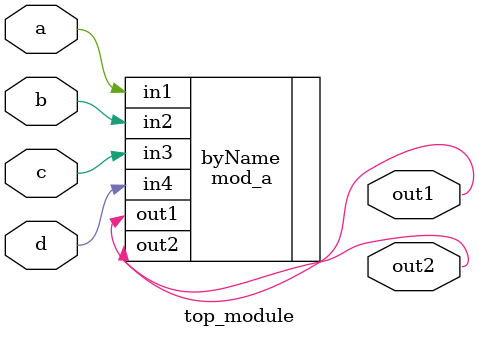
<source format=v>
module top_module ( 
    input a, 
    input b, 
    input c,
    input d,
    output out1,
    output out2
);
    
    mod_a byName(.in1(a), .in2(b), .in3(c), .in4(d),.out1(out1), .out2(out2) );

endmodule

</source>
